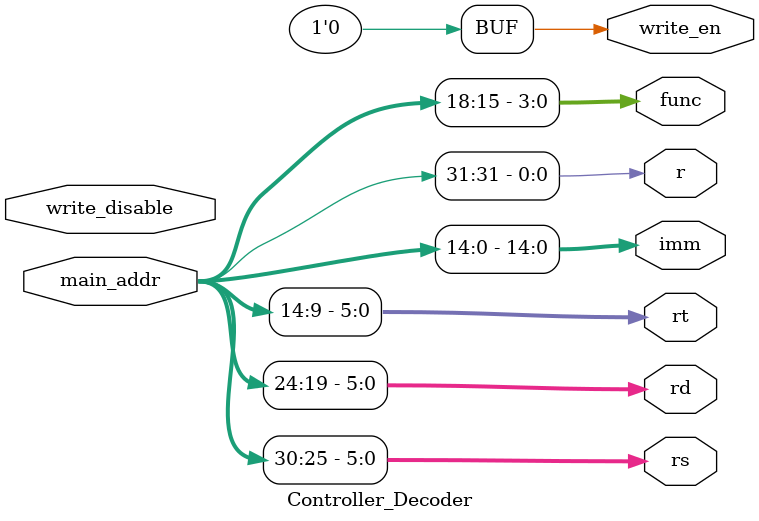
<source format=v>
`timescale 1ns / 1ps
module Controller_Decoder(
    input [31:0] main_addr,
//	 input mem_transfer,
	 input write_disable,
    output reg [5:0] rs,
    output reg [5:0] rd,
    output reg [5:0] rt,
    output reg [14:0] imm,
    output reg r,
    output reg [3:0] func,
//	 output reg enable,
	 output reg write_en
    );
	
	always@(main_addr) begin
			rs = main_addr[30:25];
			rt = main_addr[14:9];
			rd = main_addr[24:19];
			imm  = main_addr[14:0];
			r = main_addr[31];
			func = main_addr[18:15];
			write_en = 1;
	end
	
//	always@(mem_transfer) begin
//		enable = 1;
//	end
	
	always@(write_disable) begin
		write_en = 0;
	end
endmodule

</source>
